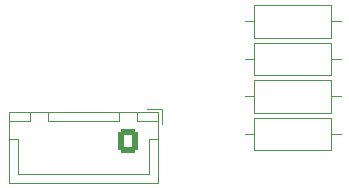
<source format=gbr>
%TF.GenerationSoftware,KiCad,Pcbnew,7.0.9*%
%TF.CreationDate,2024-10-29T13:49:45+09:00*%
%TF.ProjectId,02-top,30322d74-6f70-42e6-9b69-6361645f7063,rev?*%
%TF.SameCoordinates,Original*%
%TF.FileFunction,Legend,Bot*%
%TF.FilePolarity,Positive*%
%FSLAX46Y46*%
G04 Gerber Fmt 4.6, Leading zero omitted, Abs format (unit mm)*
G04 Created by KiCad (PCBNEW 7.0.9) date 2024-10-29 13:49:45*
%MOMM*%
%LPD*%
G01*
G04 APERTURE LIST*
G04 Aperture macros list*
%AMRoundRect*
0 Rectangle with rounded corners*
0 $1 Rounding radius*
0 $2 $3 $4 $5 $6 $7 $8 $9 X,Y pos of 4 corners*
0 Add a 4 corners polygon primitive as box body*
4,1,4,$2,$3,$4,$5,$6,$7,$8,$9,$2,$3,0*
0 Add four circle primitives for the rounded corners*
1,1,$1+$1,$2,$3*
1,1,$1+$1,$4,$5*
1,1,$1+$1,$6,$7*
1,1,$1+$1,$8,$9*
0 Add four rect primitives between the rounded corners*
20,1,$1+$1,$2,$3,$4,$5,0*
20,1,$1+$1,$4,$5,$6,$7,0*
20,1,$1+$1,$6,$7,$8,$9,0*
20,1,$1+$1,$8,$9,$2,$3,0*%
G04 Aperture macros list end*
%ADD10C,0.120000*%
%ADD11C,3.200000*%
%ADD12RoundRect,0.250000X0.600000X0.725000X-0.600000X0.725000X-0.600000X-0.725000X0.600000X-0.725000X0*%
%ADD13O,1.700000X1.950000*%
%ADD14C,2.000000*%
%ADD15R,1.700000X1.700000*%
%ADD16O,1.700000X1.700000*%
%ADD17C,1.524000*%
%ADD18C,1.600000*%
%ADD19O,1.600000X1.600000*%
G04 APERTURE END LIST*
D10*
%TO.C,J1*%
X25500000Y-62310000D02*
X38120000Y-62310000D01*
X25510000Y-64570000D02*
X26260000Y-64570000D01*
X26260000Y-67520000D02*
X31810000Y-67520000D01*
X38110000Y-64570000D02*
X37360000Y-64570000D01*
X38120000Y-68280000D02*
X25500000Y-68280000D01*
X38120000Y-62310000D02*
X38120000Y-68280000D01*
X25500000Y-68280000D02*
X25500000Y-62310000D01*
X27310000Y-63070000D02*
X25510000Y-63070000D01*
X28810000Y-63070000D02*
X28810000Y-62320000D01*
X37160000Y-62020000D02*
X38410000Y-62020000D01*
X26260000Y-64570000D02*
X26260000Y-67520000D01*
X36310000Y-63070000D02*
X36310000Y-62320000D01*
X38410000Y-62020000D02*
X38410000Y-63270000D01*
X38110000Y-62320000D02*
X38110000Y-63070000D01*
X25510000Y-62320000D02*
X27310000Y-62320000D01*
X38110000Y-63070000D02*
X36310000Y-63070000D01*
X27310000Y-62320000D02*
X27310000Y-63070000D01*
X37360000Y-64570000D02*
X37360000Y-67520000D01*
X28810000Y-62320000D02*
X34810000Y-62320000D01*
X36310000Y-62320000D02*
X38110000Y-62320000D01*
X25510000Y-63070000D02*
X25510000Y-62320000D01*
X37360000Y-67520000D02*
X31810000Y-67520000D01*
X34810000Y-63070000D02*
X28810000Y-63070000D01*
X34810000Y-62320000D02*
X34810000Y-63070000D01*
%TO.C,R1*%
X53570000Y-64135000D02*
X52800000Y-64135000D01*
X52800000Y-65505000D02*
X46260000Y-65505000D01*
X52800000Y-62765000D02*
X52800000Y-65505000D01*
X46260000Y-65505000D02*
X46260000Y-62765000D01*
X46260000Y-62765000D02*
X52800000Y-62765000D01*
X45490000Y-64135000D02*
X46260000Y-64135000D01*
%TO.C,R3*%
X53570000Y-57785000D02*
X52800000Y-57785000D01*
X52800000Y-59155000D02*
X46260000Y-59155000D01*
X52800000Y-56415000D02*
X52800000Y-59155000D01*
X46260000Y-59155000D02*
X46260000Y-56415000D01*
X46260000Y-56415000D02*
X52800000Y-56415000D01*
X45490000Y-57785000D02*
X46260000Y-57785000D01*
%TO.C,R2*%
X53570000Y-60960000D02*
X52800000Y-60960000D01*
X52800000Y-62330000D02*
X46260000Y-62330000D01*
X52800000Y-59590000D02*
X52800000Y-62330000D01*
X46260000Y-62330000D02*
X46260000Y-59590000D01*
X46260000Y-59590000D02*
X52800000Y-59590000D01*
X45490000Y-60960000D02*
X46260000Y-60960000D01*
%TO.C,R4*%
X45490000Y-54610000D02*
X46260000Y-54610000D01*
X46260000Y-53240000D02*
X52800000Y-53240000D01*
X46260000Y-55980000D02*
X46260000Y-53240000D01*
X52800000Y-53240000D02*
X52800000Y-55980000D01*
X52800000Y-55980000D02*
X46260000Y-55980000D01*
X53570000Y-54610000D02*
X52800000Y-54610000D01*
%TD*%
%LPC*%
D11*
%TO.C,REF\u002A\u002A*%
X33320000Y-71200000D03*
%TD*%
%TO.C,REF\u002A\u002A*%
X134320000Y-71200000D03*
%TD*%
D12*
%TO.C,J1*%
X35560000Y-64770000D03*
D13*
X33060000Y-64770000D03*
X30560000Y-64770000D03*
X28060000Y-64770000D03*
%TD*%
D14*
%TO.C,SW3*%
X101190000Y-57440000D03*
X94690000Y-57440000D03*
X101190000Y-61940000D03*
X94690000Y-61940000D03*
%TD*%
%TO.C,SW2*%
X91590000Y-57440000D03*
X85090000Y-57440000D03*
X91590000Y-61940000D03*
X85090000Y-61940000D03*
%TD*%
%TO.C,SW1*%
X81430000Y-57440000D03*
X74930000Y-57440000D03*
X81430000Y-61940000D03*
X74930000Y-61940000D03*
%TD*%
D15*
%TO.C,J2*%
X113040000Y-53340000D03*
D16*
X115580000Y-53340000D03*
X118120000Y-53340000D03*
X120660000Y-53340000D03*
%TD*%
%TO.C,SW4*%
X80660000Y-53975000D03*
X78120000Y-53975000D03*
D15*
X75580000Y-53975000D03*
%TD*%
D17*
%TO.C,U1*%
X57150000Y-69850000D03*
X57150000Y-67310000D03*
X57150000Y-64770000D03*
X57150000Y-62230000D03*
X57150000Y-59690000D03*
X57150000Y-57150000D03*
X57150000Y-54610000D03*
X41910000Y-54610000D03*
X41910000Y-57150000D03*
X41910000Y-59690000D03*
X41910000Y-62230000D03*
X41910000Y-64770000D03*
X41910000Y-67310000D03*
X41910000Y-69850000D03*
%TD*%
D18*
%TO.C,R1*%
X54610000Y-64135000D03*
D19*
X44450000Y-64135000D03*
%TD*%
D18*
%TO.C,R3*%
X54610000Y-57785000D03*
D19*
X44450000Y-57785000D03*
%TD*%
D18*
%TO.C,R2*%
X54610000Y-60960000D03*
D19*
X44450000Y-60960000D03*
%TD*%
D18*
%TO.C,R4*%
X44450000Y-54610000D03*
D19*
X54610000Y-54610000D03*
%TD*%
%LPD*%
M02*

</source>
